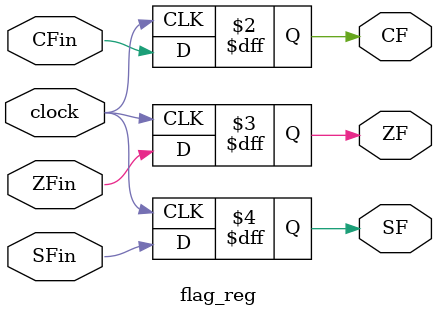
<source format=v>
module ControlUnit (
input [3:0] opcode ,
input ZF,
output reg IMM_sel, 
output reg JMP_sel,
output [1:0] op,
output reg Reg_EN
);


reg [1:0] typ;
assign op=opcode[1:0];

always @ *
begin
    typ=opcode[3:2];
    if(typ==2'b00 || typ==2'b01)
        Reg_EN=1;
    
    if(typ==2'b01)
        IMM_sel=1;

    if(typ==2'b10 && op==2'b00)
        JMP_sel=1;
    
    if(typ==2'b10 && op==2'b01 && ZF==1)
        JMP_sel=1;
          
end
endmodule



module alu_4bit(
input [3:0] A,
input [3:0] B,
input [1:0] OP,
output reg [3:0] R ,
output reg CF ,
output reg ZF ,
output reg SF);

always @ *
begin
    if(OP==2'b00)
        {CF,R}=A+B;
    else if(OP==2'b01)
        R=A&B;
      
    else if(OP==2'b10)
        R=A>>B;

    if(R==4'b0000)
        ZF=1'b1;
    if(R[3]==1'b1)
        SF=1'b1;
end
endmodule




module regset6_4bit (
input [3:0] RS1 ,
input [3:0] RS2,
input [17:0] WD,
input [3:0] WA,
input clock ,
input wrEN ,
output reg [17:0] RD1, 
output reg [17:0] RD2);

reg [17:0] ram0, ram1, ram2, ram3, ram4, ram5,ram6, ram7, ram8;

always @(posedge clock)
begin
    if(wrEN ==1 && WA ==4'b0000)
        ram0<=WD;
    else if(wrEN ==1 && WA ==4'b0001)
        ram1<=WD;  
    else if(wrEN ==1 && WA ==4'b0010)
        ram2<=WD; 
    else if(wrEN ==1 && WA ==4'b0011)
        ram3<=WD; 
    else if(wrEN ==1 && WA ==4'b0100)
        ram4<=WD;  
    else if(wrEN ==1 && WA ==4'b0101)
        ram5<=WD; 
    else if(wrEN ==1 && WA ==4'b0110)
        ram6<=WD;
    else if(wrEN ==1 && WA ==4'b0111)
        ram7<=WD;  
    else if(wrEN ==1 && WA ==4'b1000)
        ram8<=WD; 
            
end

always @ *
begin
    if(RS1==4'b0000)
        RD1=ram0;
    else if(RS1==4'b0001)
        RD1=ram1;
    else if(RS1==4'b0010)
        RD1=ram2;
    else if(RS1==4'b0011)
        RD1=ram3;
    else if(RS1==4'b0100)
        RD1=ram4;        
    else if(RS1==4'b0101)
        RD1=ram5;
    else if(RS1==4'b0110)
        RD1=ram6;
    else if(RS1==4'b0111)
        RD1=ram7;
    else if(RS1==4'b1000)
        RD1=ram8;

    if(RS2==4'b0000)
        RD2=ram0;
    else if(RS2==4'b0001)
        RD2=ram1;
    else if(RS2==4'b0010)
        RD2=ram2;
    else if(RS2==4'b0011)
        RD2=ram3;
    else if(RS2==4'b0100)
        RD2=ram4;        
    else if(RS2==4'b0101)
        RD2=ram5;
    else if(RS2==4'b0110)
        RD2=ram6;
    else if(RS2==4'b0111)
        RD2=ram7;
    else if(RS2==4'b1000)
        RD2=ram8;
end
endmodule







module RAMset9_18bit (
input [3:0] RS1 ,
input [3:0] RS2,
input [17:0] WD,
input [3:0] WA,
input clock ,
input wrEN ,
output reg [17:0] RD1, 
output reg [17:0] RD2);

reg [17:0] ram0, ram1, ram2, ram3, ram4, ram5,ram6, ram7, ram8;

always @(posedge clock)
begin
    if(wrEN ==1 && WA ==4'b0000)
        ram0<=WD;
    else if(wrEN ==1 && WA ==4'b0001)
        ram1<=WD;  
    else if(wrEN ==1 && WA ==4'b0010)
        ram2<=WD; 
    else if(wrEN ==1 && WA ==4'b0011)
        ram3<=WD; 
    else if(wrEN ==1 && WA ==4'b0100)
        ram4<=WD;  
    else if(wrEN ==1 && WA ==4'b0101)
        ram5<=WD; 
    else if(wrEN ==1 && WA ==4'b0110)
        ram6<=WD;
    else if(wrEN ==1 && WA ==4'b0111)
        ram7<=WD;  
    else if(wrEN ==1 && WA ==4'b1000)
        ram8<=WD; 
            
end

always @ *
begin
    if(RS1==4'b0000)
        RD1=ram0;
    else if(RS1==4'b0001)
        RD1=ram1;
    else if(RS1==4'b0010)
        RD1=ram2;
    else if(RS1==4'b0011)
        RD1=ram3;
    else if(RS1==4'b0100)
        RD1=ram4;        
    else if(RS1==4'b0101)
        RD1=ram5;
    else if(RS1==4'b0110)
        RD1=ram6;
    else if(RS1==4'b0111)
        RD1=ram7;
    else if(RS1==4'b1000)
        RD1=ram8;

    if(RS2==4'b0000)
        RD2=ram0;
    else if(RS2==4'b0001)
        RD2=ram1;
    else if(RS2==4'b0010)
        RD2=ram2;
    else if(RS2==4'b0011)
        RD2=ram3;
    else if(RS2==4'b0100)
        RD2=ram4;        
    else if(RS2==4'b0101)
        RD2=ram5;
    else if(RS2==4'b0110)
        RD2=ram6;
    else if(RS2==4'b0111)
        RD2=ram7;
    else if(RS2==4'b1000)
        RD2=ram8;

end
endmodule




module Program_counter (input [3:0] din , input clock , output reg [3:0] dout);
always @(posedge clock)
begin
        dout<=din;
end
endmodule




module oneplus_of_PC (input [3:0] din , output [3:0] dout);
assign dout=din+1;
endmodule

module flag_reg (input CFin ,input ZFin , input SFin , input clock , output reg CF ,output reg ZF , output reg SF);
always @(posedge clock)
begin
    CF<=CFin;
    ZF<=ZFin;
    SF<=SFin;    
end
endmodule






</source>
